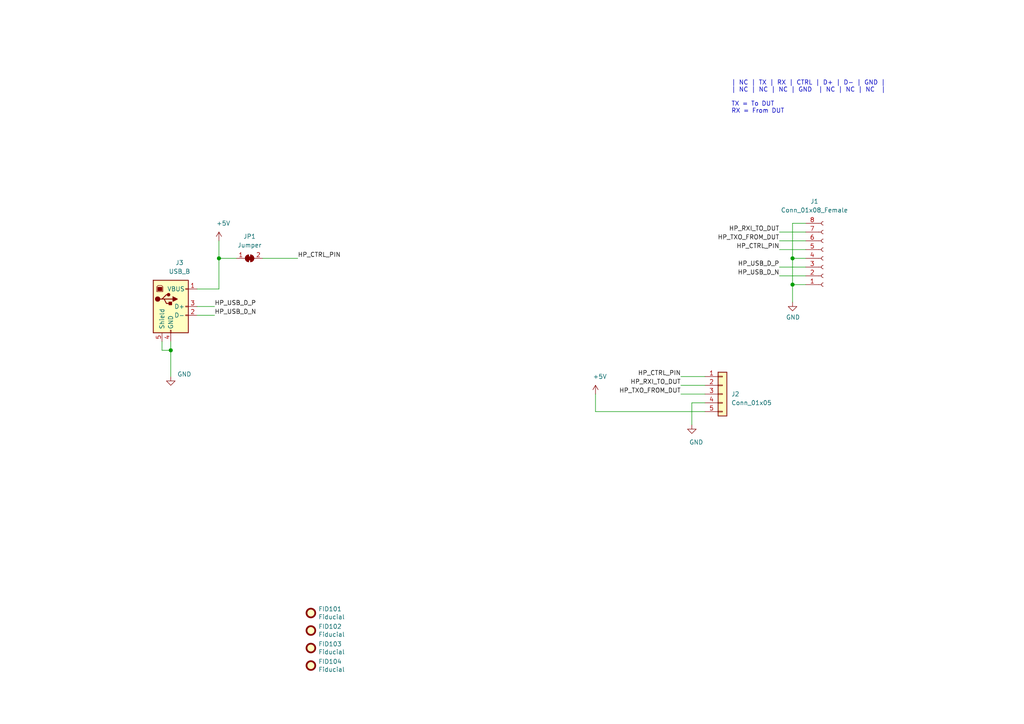
<source format=kicad_sch>
(kicad_sch (version 20210126) (generator eeschema)

  (paper "A4")

  (lib_symbols
    (symbol "Connector:Conn_01x08_Female" (pin_names (offset 1.016) hide) (in_bom yes) (on_board yes)
      (property "Reference" "J" (id 0) (at 0 10.16 0)
        (effects (font (size 1.27 1.27)))
      )
      (property "Value" "Conn_01x08_Female" (id 1) (at 0 -12.7 0)
        (effects (font (size 1.27 1.27)))
      )
      (property "Footprint" "" (id 2) (at 0 0 0)
        (effects (font (size 1.27 1.27)) hide)
      )
      (property "Datasheet" "~" (id 3) (at 0 0 0)
        (effects (font (size 1.27 1.27)) hide)
      )
      (property "ki_keywords" "connector" (id 4) (at 0 0 0)
        (effects (font (size 1.27 1.27)) hide)
      )
      (property "ki_description" "Generic connector, single row, 01x08, script generated (kicad-library-utils/schlib/autogen/connector/)" (id 5) (at 0 0 0)
        (effects (font (size 1.27 1.27)) hide)
      )
      (property "ki_fp_filters" "Connector*:*_1x??_*" (id 6) (at 0 0 0)
        (effects (font (size 1.27 1.27)) hide)
      )
      (symbol "Conn_01x08_Female_1_1"
        (arc (start 0 -9.652) (end 0 -10.668) (radius (at 0 -10.16) (length 0.508) (angles 90.1 -90.1))
          (stroke (width 0.1524)) (fill (type none))
        )
        (arc (start 0 -7.112) (end 0 -8.128) (radius (at 0 -7.62) (length 0.508) (angles 90.1 -90.1))
          (stroke (width 0.1524)) (fill (type none))
        )
        (arc (start 0 -4.572) (end 0 -5.588) (radius (at 0 -5.08) (length 0.508) (angles 90.1 -90.1))
          (stroke (width 0.1524)) (fill (type none))
        )
        (arc (start 0 -2.032) (end 0 -3.048) (radius (at 0 -2.54) (length 0.508) (angles 90.1 -90.1))
          (stroke (width 0.1524)) (fill (type none))
        )
        (arc (start 0 0.508) (end 0 -0.508) (radius (at 0 0) (length 0.508) (angles 90.1 -90.1))
          (stroke (width 0.1524)) (fill (type none))
        )
        (arc (start 0 3.048) (end 0 2.032) (radius (at 0 2.54) (length 0.508) (angles 90.1 -90.1))
          (stroke (width 0.1524)) (fill (type none))
        )
        (arc (start 0 5.588) (end 0 4.572) (radius (at 0 5.08) (length 0.508) (angles 90.1 -90.1))
          (stroke (width 0.1524)) (fill (type none))
        )
        (arc (start 0 8.128) (end 0 7.112) (radius (at 0 7.62) (length 0.508) (angles 90.1 -90.1))
          (stroke (width 0.1524)) (fill (type none))
        )
        (polyline
          (pts
            (xy -1.27 -10.16)
            (xy -0.508 -10.16)
          )
          (stroke (width 0.1524)) (fill (type none))
        )
        (polyline
          (pts
            (xy -1.27 -7.62)
            (xy -0.508 -7.62)
          )
          (stroke (width 0.1524)) (fill (type none))
        )
        (polyline
          (pts
            (xy -1.27 -5.08)
            (xy -0.508 -5.08)
          )
          (stroke (width 0.1524)) (fill (type none))
        )
        (polyline
          (pts
            (xy -1.27 -2.54)
            (xy -0.508 -2.54)
          )
          (stroke (width 0.1524)) (fill (type none))
        )
        (polyline
          (pts
            (xy -1.27 0)
            (xy -0.508 0)
          )
          (stroke (width 0.1524)) (fill (type none))
        )
        (polyline
          (pts
            (xy -1.27 2.54)
            (xy -0.508 2.54)
          )
          (stroke (width 0.1524)) (fill (type none))
        )
        (polyline
          (pts
            (xy -1.27 5.08)
            (xy -0.508 5.08)
          )
          (stroke (width 0.1524)) (fill (type none))
        )
        (polyline
          (pts
            (xy -1.27 7.62)
            (xy -0.508 7.62)
          )
          (stroke (width 0.1524)) (fill (type none))
        )
        (pin passive line (at -5.08 7.62 0) (length 3.81)
          (name "Pin_1" (effects (font (size 1.27 1.27))))
          (number "1" (effects (font (size 1.27 1.27))))
        )
        (pin passive line (at -5.08 5.08 0) (length 3.81)
          (name "Pin_2" (effects (font (size 1.27 1.27))))
          (number "2" (effects (font (size 1.27 1.27))))
        )
        (pin passive line (at -5.08 2.54 0) (length 3.81)
          (name "Pin_3" (effects (font (size 1.27 1.27))))
          (number "3" (effects (font (size 1.27 1.27))))
        )
        (pin passive line (at -5.08 0 0) (length 3.81)
          (name "Pin_4" (effects (font (size 1.27 1.27))))
          (number "4" (effects (font (size 1.27 1.27))))
        )
        (pin passive line (at -5.08 -2.54 0) (length 3.81)
          (name "Pin_5" (effects (font (size 1.27 1.27))))
          (number "5" (effects (font (size 1.27 1.27))))
        )
        (pin passive line (at -5.08 -5.08 0) (length 3.81)
          (name "Pin_6" (effects (font (size 1.27 1.27))))
          (number "6" (effects (font (size 1.27 1.27))))
        )
        (pin passive line (at -5.08 -7.62 0) (length 3.81)
          (name "Pin_7" (effects (font (size 1.27 1.27))))
          (number "7" (effects (font (size 1.27 1.27))))
        )
        (pin passive line (at -5.08 -10.16 0) (length 3.81)
          (name "Pin_8" (effects (font (size 1.27 1.27))))
          (number "8" (effects (font (size 1.27 1.27))))
        )
      )
    )
    (symbol "Connector:USB_B" (pin_names (offset 1.016)) (in_bom yes) (on_board yes)
      (property "Reference" "J" (id 0) (at -5.08 11.43 0)
        (effects (font (size 1.27 1.27)) (justify left))
      )
      (property "Value" "USB_B" (id 1) (at -5.08 8.89 0)
        (effects (font (size 1.27 1.27)) (justify left))
      )
      (property "Footprint" "" (id 2) (at 3.81 -1.27 0)
        (effects (font (size 1.27 1.27)) hide)
      )
      (property "Datasheet" " ~" (id 3) (at 3.81 -1.27 0)
        (effects (font (size 1.27 1.27)) hide)
      )
      (property "ki_keywords" "connector USB" (id 4) (at 0 0 0)
        (effects (font (size 1.27 1.27)) hide)
      )
      (property "ki_description" "USB Type B connector" (id 5) (at 0 0 0)
        (effects (font (size 1.27 1.27)) hide)
      )
      (property "ki_fp_filters" "USB*" (id 6) (at 0 0 0)
        (effects (font (size 1.27 1.27)) hide)
      )
      (symbol "USB_B_0_1"
        (circle (center -3.81 2.159) (radius 0.635) (stroke (width 0.254)) (fill (type outline)))
        (circle (center -0.635 3.429) (radius 0.381) (stroke (width 0.254)) (fill (type outline)))
        (rectangle (start -0.127 -7.62) (end 0.127 -6.858)
          (stroke (width 0)) (fill (type none))
        )
        (rectangle (start 5.08 -2.667) (end 4.318 -2.413)
          (stroke (width 0)) (fill (type none))
        )
        (rectangle (start 5.08 -0.127) (end 4.318 0.127)
          (stroke (width 0)) (fill (type none))
        )
        (rectangle (start 5.08 4.953) (end 4.318 5.207)
          (stroke (width 0)) (fill (type none))
        )
        (rectangle (start -3.81 5.588) (end -2.54 4.572)
          (stroke (width 0)) (fill (type outline))
        )
        (rectangle (start 0.254 1.27) (end -0.508 0.508)
          (stroke (width 0.254)) (fill (type outline))
        )
        (rectangle (start -5.08 -7.62) (end 5.08 7.62)
          (stroke (width 0.254)) (fill (type background))
        )
        (polyline
          (pts
            (xy -1.905 2.159)
            (xy 0.635 2.159)
          )
          (stroke (width 0.254)) (fill (type none))
        )
        (polyline
          (pts
            (xy -3.175 2.159)
            (xy -2.54 2.159)
            (xy -1.27 3.429)
            (xy -0.635 3.429)
          )
          (stroke (width 0.254)) (fill (type none))
        )
        (polyline
          (pts
            (xy -2.54 2.159)
            (xy -1.905 2.159)
            (xy -1.27 0.889)
            (xy 0 0.889)
          )
          (stroke (width 0.254)) (fill (type none))
        )
        (polyline
          (pts
            (xy -4.064 4.318)
            (xy -2.286 4.318)
            (xy -2.286 5.715)
            (xy -2.667 6.096)
            (xy -3.683 6.096)
            (xy -4.064 5.715)
            (xy -4.064 4.318)
          )
          (stroke (width 0)) (fill (type none))
        )
        (polyline
          (pts
            (xy 0.635 2.794)
            (xy 0.635 1.524)
            (xy 1.905 2.159)
            (xy 0.635 2.794)
          )
          (stroke (width 0.254)) (fill (type outline))
        )
      )
      (symbol "USB_B_1_1"
        (pin power_out line (at 7.62 5.08 180) (length 2.54)
          (name "VBUS" (effects (font (size 1.27 1.27))))
          (number "1" (effects (font (size 1.27 1.27))))
        )
        (pin bidirectional line (at 7.62 -2.54 180) (length 2.54)
          (name "D-" (effects (font (size 1.27 1.27))))
          (number "2" (effects (font (size 1.27 1.27))))
        )
        (pin bidirectional line (at 7.62 0 180) (length 2.54)
          (name "D+" (effects (font (size 1.27 1.27))))
          (number "3" (effects (font (size 1.27 1.27))))
        )
        (pin power_out line (at 0 -10.16 90) (length 2.54)
          (name "GND" (effects (font (size 1.27 1.27))))
          (number "4" (effects (font (size 1.27 1.27))))
        )
        (pin passive line (at -2.54 -10.16 90) (length 2.54)
          (name "Shield" (effects (font (size 1.27 1.27))))
          (number "5" (effects (font (size 1.27 1.27))))
        )
      )
    )
    (symbol "Connector_Generic:Conn_01x05" (pin_names (offset 1.016) hide) (in_bom yes) (on_board yes)
      (property "Reference" "J" (id 0) (at 0 7.62 0)
        (effects (font (size 1.27 1.27)))
      )
      (property "Value" "Conn_01x05" (id 1) (at 0 -7.62 0)
        (effects (font (size 1.27 1.27)))
      )
      (property "Footprint" "" (id 2) (at 0 0 0)
        (effects (font (size 1.27 1.27)) hide)
      )
      (property "Datasheet" "~" (id 3) (at 0 0 0)
        (effects (font (size 1.27 1.27)) hide)
      )
      (property "ki_keywords" "connector" (id 4) (at 0 0 0)
        (effects (font (size 1.27 1.27)) hide)
      )
      (property "ki_description" "Generic connector, single row, 01x05, script generated (kicad-library-utils/schlib/autogen/connector/)" (id 5) (at 0 0 0)
        (effects (font (size 1.27 1.27)) hide)
      )
      (property "ki_fp_filters" "Connector*:*_1x??_*" (id 6) (at 0 0 0)
        (effects (font (size 1.27 1.27)) hide)
      )
      (symbol "Conn_01x05_1_1"
        (rectangle (start -1.27 -4.953) (end 0 -5.207)
          (stroke (width 0.1524)) (fill (type none))
        )
        (rectangle (start -1.27 -2.413) (end 0 -2.667)
          (stroke (width 0.1524)) (fill (type none))
        )
        (rectangle (start -1.27 0.127) (end 0 -0.127)
          (stroke (width 0.1524)) (fill (type none))
        )
        (rectangle (start -1.27 2.667) (end 0 2.413)
          (stroke (width 0.1524)) (fill (type none))
        )
        (rectangle (start -1.27 5.207) (end 0 4.953)
          (stroke (width 0.1524)) (fill (type none))
        )
        (rectangle (start -1.27 6.35) (end 1.27 -6.35)
          (stroke (width 0.254)) (fill (type background))
        )
        (pin passive line (at -5.08 5.08 0) (length 3.81)
          (name "Pin_1" (effects (font (size 1.27 1.27))))
          (number "1" (effects (font (size 1.27 1.27))))
        )
        (pin passive line (at -5.08 2.54 0) (length 3.81)
          (name "Pin_2" (effects (font (size 1.27 1.27))))
          (number "2" (effects (font (size 1.27 1.27))))
        )
        (pin passive line (at -5.08 0 0) (length 3.81)
          (name "Pin_3" (effects (font (size 1.27 1.27))))
          (number "3" (effects (font (size 1.27 1.27))))
        )
        (pin passive line (at -5.08 -2.54 0) (length 3.81)
          (name "Pin_4" (effects (font (size 1.27 1.27))))
          (number "4" (effects (font (size 1.27 1.27))))
        )
        (pin passive line (at -5.08 -5.08 0) (length 3.81)
          (name "Pin_5" (effects (font (size 1.27 1.27))))
          (number "5" (effects (font (size 1.27 1.27))))
        )
      )
    )
    (symbol "Jumper:SolderJumper_2_Bridged" (pin_names (offset 0) hide) (in_bom yes) (on_board yes)
      (property "Reference" "JP" (id 0) (at 0 2.032 0)
        (effects (font (size 1.27 1.27)))
      )
      (property "Value" "SolderJumper_2_Bridged" (id 1) (at 0 -2.54 0)
        (effects (font (size 1.27 1.27)))
      )
      (property "Footprint" "" (id 2) (at 0 0 0)
        (effects (font (size 1.27 1.27)) hide)
      )
      (property "Datasheet" "~" (id 3) (at 0 0 0)
        (effects (font (size 1.27 1.27)) hide)
      )
      (property "ki_keywords" "solder jumper SPST" (id 4) (at 0 0 0)
        (effects (font (size 1.27 1.27)) hide)
      )
      (property "ki_description" "Solder Jumper, 2-pole, closed/bridged" (id 5) (at 0 0 0)
        (effects (font (size 1.27 1.27)) hide)
      )
      (property "ki_fp_filters" "SolderJumper*Bridged*" (id 6) (at 0 0 0)
        (effects (font (size 1.27 1.27)) hide)
      )
      (symbol "SolderJumper_2_Bridged_0_1"
        (arc (start -0.254 1.016) (end -0.254 -1.016) (radius (at -0.254 0) (length 1.016) (angles 90.1 -90.1))
          (stroke (width 0)) (fill (type none))
        )
        (arc (start 0.254 -1.016) (end 0.254 1.016) (radius (at 0.254 0) (length 1.016) (angles -89.9 89.9))
          (stroke (width 0)) (fill (type none))
        )
        (arc (start -0.254 1.016) (end -0.254 -1.016) (radius (at -0.254 0) (length 1.016) (angles 90.1 -90.1))
          (stroke (width 0)) (fill (type outline))
        )
        (arc (start 0.254 -1.016) (end 0.254 1.016) (radius (at 0.254 0) (length 1.016) (angles -89.9 89.9))
          (stroke (width 0)) (fill (type outline))
        )
        (rectangle (start -0.508 0.508) (end 0.508 -0.508)
          (stroke (width 0)) (fill (type outline))
        )
        (polyline
          (pts
            (xy -0.254 1.016)
            (xy -0.254 -1.016)
          )
          (stroke (width 0)) (fill (type none))
        )
        (polyline
          (pts
            (xy 0.254 1.016)
            (xy 0.254 -1.016)
          )
          (stroke (width 0)) (fill (type none))
        )
      )
      (symbol "SolderJumper_2_Bridged_1_1"
        (pin passive line (at -3.81 0 0) (length 2.54)
          (name "A" (effects (font (size 1.27 1.27))))
          (number "1" (effects (font (size 1.27 1.27))))
        )
        (pin passive line (at 3.81 0 180) (length 2.54)
          (name "B" (effects (font (size 1.27 1.27))))
          (number "2" (effects (font (size 1.27 1.27))))
        )
      )
    )
    (symbol "homebreakout-rescue:Fiducial-Mechanical" (in_bom yes) (on_board yes)
      (property "Reference" "FID" (id 0) (at 0 5.08 0)
        (effects (font (size 1.27 1.27)))
      )
      (property "Value" "Fiducial-Mechanical" (id 1) (at 0 3.175 0)
        (effects (font (size 1.27 1.27)))
      )
      (property "Footprint" "" (id 2) (at 0 0 0)
        (effects (font (size 1.27 1.27)) hide)
      )
      (property "Datasheet" "" (id 3) (at 0 0 0)
        (effects (font (size 1.27 1.27)) hide)
      )
      (property "ki_fp_filters" "Fiducial*" (id 4) (at 0 0 0)
        (effects (font (size 1.27 1.27)) hide)
      )
      (symbol "Fiducial-Mechanical_0_1"
        (circle (center 0 0) (radius 1.27) (stroke (width 0.508)) (fill (type background)))
      )
    )
    (symbol "homebreakout-rescue:GND-power" (power) (pin_names (offset 0)) (in_bom yes) (on_board yes)
      (property "Reference" "#PWR" (id 0) (at 0 -6.35 0)
        (effects (font (size 1.27 1.27)) hide)
      )
      (property "Value" "GND-power" (id 1) (at 0 -3.81 0)
        (effects (font (size 1.27 1.27)))
      )
      (property "Footprint" "" (id 2) (at 0 0 0)
        (effects (font (size 1.27 1.27)) hide)
      )
      (property "Datasheet" "" (id 3) (at 0 0 0)
        (effects (font (size 1.27 1.27)) hide)
      )
      (symbol "GND-power_0_1"
        (polyline
          (pts
            (xy 0 0)
            (xy 0 -1.27)
            (xy 1.27 -1.27)
            (xy 0 -2.54)
            (xy -1.27 -1.27)
            (xy 0 -1.27)
          )
          (stroke (width 0)) (fill (type none))
        )
      )
      (symbol "GND-power_1_1"
        (pin power_in line (at 0 0 270) (length 0) hide
          (name "GND" (effects (font (size 1.27 1.27))))
          (number "1" (effects (font (size 1.27 1.27))))
        )
      )
    )
    (symbol "power:+5V" (power) (pin_names (offset 0)) (in_bom yes) (on_board yes)
      (property "Reference" "#PWR" (id 0) (at 0 -3.81 0)
        (effects (font (size 1.27 1.27)) hide)
      )
      (property "Value" "+5V" (id 1) (at 0 3.556 0)
        (effects (font (size 1.27 1.27)))
      )
      (property "Footprint" "" (id 2) (at 0 0 0)
        (effects (font (size 1.27 1.27)) hide)
      )
      (property "Datasheet" "" (id 3) (at 0 0 0)
        (effects (font (size 1.27 1.27)) hide)
      )
      (property "ki_keywords" "power-flag" (id 4) (at 0 0 0)
        (effects (font (size 1.27 1.27)) hide)
      )
      (property "ki_description" "Power symbol creates a global label with name \"+5V\"" (id 5) (at 0 0 0)
        (effects (font (size 1.27 1.27)) hide)
      )
      (symbol "+5V_0_1"
        (polyline
          (pts
            (xy -0.762 1.27)
            (xy 0 2.54)
          )
          (stroke (width 0)) (fill (type none))
        )
        (polyline
          (pts
            (xy 0 0)
            (xy 0 2.54)
          )
          (stroke (width 0)) (fill (type none))
        )
        (polyline
          (pts
            (xy 0 2.54)
            (xy 0.762 1.27)
          )
          (stroke (width 0)) (fill (type none))
        )
      )
      (symbol "+5V_1_1"
        (pin power_in line (at 0 0 90) (length 0) hide
          (name "+5V" (effects (font (size 1.27 1.27))))
          (number "1" (effects (font (size 1.27 1.27))))
        )
      )
    )
    (symbol "power:GND" (power) (pin_names (offset 0)) (in_bom yes) (on_board yes)
      (property "Reference" "#PWR" (id 0) (at 0 -6.35 0)
        (effects (font (size 1.27 1.27)) hide)
      )
      (property "Value" "GND" (id 1) (at 0 -3.81 0)
        (effects (font (size 1.27 1.27)))
      )
      (property "Footprint" "" (id 2) (at 0 0 0)
        (effects (font (size 1.27 1.27)) hide)
      )
      (property "Datasheet" "" (id 3) (at 0 0 0)
        (effects (font (size 1.27 1.27)) hide)
      )
      (property "ki_keywords" "power-flag" (id 4) (at 0 0 0)
        (effects (font (size 1.27 1.27)) hide)
      )
      (property "ki_description" "Power symbol creates a global label with name \"GND\" , ground" (id 5) (at 0 0 0)
        (effects (font (size 1.27 1.27)) hide)
      )
      (symbol "GND_0_1"
        (polyline
          (pts
            (xy 0 0)
            (xy 0 -1.27)
            (xy 1.27 -1.27)
            (xy 0 -2.54)
            (xy -1.27 -1.27)
            (xy 0 -1.27)
          )
          (stroke (width 0)) (fill (type none))
        )
      )
      (symbol "GND_1_1"
        (pin power_in line (at 0 0 270) (length 0) hide
          (name "GND" (effects (font (size 1.27 1.27))))
          (number "1" (effects (font (size 1.27 1.27))))
        )
      )
    )
  )

  (junction (at 49.53 101.6) (diameter 1.016) (color 0 0 0 0))
  (junction (at 63.5 74.93) (diameter 1.016) (color 0 0 0 0))
  (junction (at 229.87 74.93) (diameter 1.016) (color 0 0 0 0))
  (junction (at 229.87 82.55) (diameter 1.016) (color 0 0 0 0))

  (wire (pts (xy 46.99 99.06) (xy 46.99 101.6))
    (stroke (width 0) (type solid) (color 0 0 0 0))
    (uuid b5532c9b-59a8-4ca2-8822-894231bb8b9b)
  )
  (wire (pts (xy 46.99 101.6) (xy 49.53 101.6))
    (stroke (width 0) (type solid) (color 0 0 0 0))
    (uuid 29af3bdd-7510-4dbe-b32a-3fe15b8386ad)
  )
  (wire (pts (xy 49.53 99.06) (xy 49.53 101.6))
    (stroke (width 0) (type solid) (color 0 0 0 0))
    (uuid 340d6296-4e04-4014-996b-80787edacbf3)
  )
  (wire (pts (xy 49.53 101.6) (xy 49.53 109.22))
    (stroke (width 0) (type solid) (color 0 0 0 0))
    (uuid 232d4df0-2766-41e0-a0c1-55449de45539)
  )
  (wire (pts (xy 57.15 83.82) (xy 63.5 83.82))
    (stroke (width 0) (type solid) (color 0 0 0 0))
    (uuid b9165f5f-5b96-4dab-acda-0970e57d8dde)
  )
  (wire (pts (xy 57.15 88.9) (xy 62.23 88.9))
    (stroke (width 0) (type solid) (color 0 0 0 0))
    (uuid a467577d-7364-4e30-8689-ba6e4393657b)
  )
  (wire (pts (xy 62.23 91.44) (xy 57.15 91.44))
    (stroke (width 0) (type solid) (color 0 0 0 0))
    (uuid 0845c62d-0eb5-4d5b-b589-b274a1d18637)
  )
  (wire (pts (xy 63.5 69.85) (xy 63.5 74.93))
    (stroke (width 0) (type solid) (color 0 0 0 0))
    (uuid 07705e16-5eb0-4615-a799-c76c065780ba)
  )
  (wire (pts (xy 63.5 74.93) (xy 68.58 74.93))
    (stroke (width 0) (type solid) (color 0 0 0 0))
    (uuid 2bf3b6d1-4d5a-461d-a20f-1fad2664a729)
  )
  (wire (pts (xy 63.5 83.82) (xy 63.5 74.93))
    (stroke (width 0) (type solid) (color 0 0 0 0))
    (uuid 07ffb670-c921-4c3f-b8d4-aac682cd7c1d)
  )
  (wire (pts (xy 76.2 74.93) (xy 86.36 74.93))
    (stroke (width 0) (type solid) (color 0 0 0 0))
    (uuid 4a94fac2-f051-40b5-8c0d-0d286046c50c)
  )
  (wire (pts (xy 172.72 119.38) (xy 172.72 114.3))
    (stroke (width 0) (type solid) (color 0 0 0 0))
    (uuid 5a3e75e1-5bc0-45de-b100-f935da2087fe)
  )
  (wire (pts (xy 172.72 119.38) (xy 204.47 119.38))
    (stroke (width 0) (type solid) (color 0 0 0 0))
    (uuid fd9bf674-1f3f-4bff-95d0-fef2f32b5b05)
  )
  (wire (pts (xy 197.485 109.22) (xy 204.47 109.22))
    (stroke (width 0) (type solid) (color 0 0 0 0))
    (uuid c2ee327e-f5c5-4d47-b03d-907237973bd0)
  )
  (wire (pts (xy 197.485 111.76) (xy 204.47 111.76))
    (stroke (width 0) (type solid) (color 0 0 0 0))
    (uuid 460cd449-5a51-4243-bdf7-ce9fdf9ecc57)
  )
  (wire (pts (xy 197.485 114.3) (xy 204.47 114.3))
    (stroke (width 0) (type solid) (color 0 0 0 0))
    (uuid a98a0147-bd92-4675-a1bb-285551d8018d)
  )
  (wire (pts (xy 200.66 116.84) (xy 200.66 123.19))
    (stroke (width 0) (type solid) (color 0 0 0 0))
    (uuid 4001547a-dcdd-4dc7-9cf3-1c9b177e4c44)
  )
  (wire (pts (xy 200.66 116.84) (xy 204.47 116.84))
    (stroke (width 0) (type solid) (color 0 0 0 0))
    (uuid 30f4f0c1-69b6-4862-943e-d256133a385e)
  )
  (wire (pts (xy 226.06 67.31) (xy 233.68 67.31))
    (stroke (width 0) (type solid) (color 0 0 0 0))
    (uuid 834ac86c-69ae-4342-be69-31ca385bec81)
  )
  (wire (pts (xy 226.06 69.85) (xy 233.68 69.85))
    (stroke (width 0) (type solid) (color 0 0 0 0))
    (uuid 488bb221-a1b5-4fd7-ae51-b05a60d1fb4a)
  )
  (wire (pts (xy 226.06 72.39) (xy 233.68 72.39))
    (stroke (width 0) (type solid) (color 0 0 0 0))
    (uuid 0eb4f2f4-5ccc-4e5e-8975-77e693280ecf)
  )
  (wire (pts (xy 226.06 77.47) (xy 233.68 77.47))
    (stroke (width 0) (type solid) (color 0 0 0 0))
    (uuid 5f51fbdd-ed7e-45ce-909f-8f692a75147a)
  )
  (wire (pts (xy 226.06 80.01) (xy 233.68 80.01))
    (stroke (width 0) (type solid) (color 0 0 0 0))
    (uuid 54d27a86-8d89-4426-9017-75dcbd299034)
  )
  (wire (pts (xy 229.87 64.77) (xy 229.87 74.93))
    (stroke (width 0) (type solid) (color 0 0 0 0))
    (uuid 98f7239c-9d72-4fb0-93e9-4304e581cb60)
  )
  (wire (pts (xy 229.87 74.93) (xy 229.87 82.55))
    (stroke (width 0) (type solid) (color 0 0 0 0))
    (uuid b5e21c73-7f66-4a65-b6fa-096c14f4ecba)
  )
  (wire (pts (xy 229.87 82.55) (xy 229.87 87.63))
    (stroke (width 0) (type solid) (color 0 0 0 0))
    (uuid 7d8c357e-621c-4a92-9cba-f23e22194d7c)
  )
  (wire (pts (xy 229.87 82.55) (xy 233.68 82.55))
    (stroke (width 0) (type solid) (color 0 0 0 0))
    (uuid 0ebd07fa-5fa3-479a-80b6-0887a4fd7c5e)
  )
  (wire (pts (xy 233.68 64.77) (xy 229.87 64.77))
    (stroke (width 0) (type solid) (color 0 0 0 0))
    (uuid 3bdeae6f-6da3-429f-a18b-26372673d6ae)
  )
  (wire (pts (xy 233.68 74.93) (xy 229.87 74.93))
    (stroke (width 0) (type solid) (color 0 0 0 0))
    (uuid 79affa0d-104d-4b0f-96c0-3bcfc3943e81)
  )

  (text "| NC | TX | RX | CTRL | D+ | D- | GND |\n| NC | NC | NC | GND  | NC | NC | NC  |\n\nTX = To DUT\nRX = From DUT\n"
    (at 212.09 33.02 0)
    (effects (font (size 1.27 1.27)) (justify left bottom))
    (uuid dc64ff7b-a5d3-4f62-b5d5-43d638be2a3d)
  )

  (label "HP_USB_D_P" (at 62.23 88.9 0)
    (effects (font (size 1.27 1.27)) (justify left bottom))
    (uuid 9a830de3-8dfc-4860-94b2-894365d0fbb0)
  )
  (label "HP_USB_D_N" (at 62.23 91.44 0)
    (effects (font (size 1.27 1.27)) (justify left bottom))
    (uuid 4d78b714-676f-41fb-aa8c-031fe11ec256)
  )
  (label "HP_CTRL_PIN" (at 86.36 74.93 0)
    (effects (font (size 1.27 1.27)) (justify left bottom))
    (uuid 7f9b1945-ae52-482a-8550-d50cf00f6f5f)
  )
  (label "HP_CTRL_PIN" (at 197.485 109.22 180)
    (effects (font (size 1.27 1.27)) (justify right bottom))
    (uuid 60a3d4ad-ff5e-4b37-8dfb-869957de4f57)
  )
  (label "HP_RXI_TO_DUT" (at 197.485 111.76 180)
    (effects (font (size 1.27 1.27)) (justify right bottom))
    (uuid 3405b265-faf1-445e-8b9a-e96f86ebf938)
  )
  (label "HP_TXO_FROM_DUT" (at 197.485 114.3 180)
    (effects (font (size 1.27 1.27)) (justify right bottom))
    (uuid 4b56800d-93d1-4e61-ba00-e767053c37c1)
  )
  (label "HP_RXI_TO_DUT" (at 226.06 67.31 180)
    (effects (font (size 1.27 1.27)) (justify right bottom))
    (uuid 54d3a6c5-6ebf-47c0-91b7-b934c5bbcbde)
  )
  (label "HP_TXO_FROM_DUT" (at 226.06 69.85 180)
    (effects (font (size 1.27 1.27)) (justify right bottom))
    (uuid 6e8200e4-efd8-43d1-b75e-5be3ba896904)
  )
  (label "HP_CTRL_PIN" (at 226.06 72.39 180)
    (effects (font (size 1.27 1.27)) (justify right bottom))
    (uuid a5bbe794-f7d4-4386-b968-ccaafc7d7730)
  )
  (label "HP_USB_D_P" (at 226.06 77.47 180)
    (effects (font (size 1.27 1.27)) (justify right bottom))
    (uuid b1691880-8c50-4495-b30d-c741c349cb6e)
  )
  (label "HP_USB_D_N" (at 226.06 80.01 180)
    (effects (font (size 1.27 1.27)) (justify right bottom))
    (uuid 7a376f64-f2ac-46ff-9a96-522a2a2417fb)
  )

  (symbol (lib_id "power:+5V") (at 63.5 69.85 0) (unit 1)
    (in_bom yes) (on_board yes)
    (uuid 91bcd45b-30c5-41c2-862c-59734212fa5a)
    (property "Reference" "#PWR01" (id 0) (at 63.5 73.66 0)
      (effects (font (size 1.27 1.27)) hide)
    )
    (property "Value" "+5V" (id 1) (at 64.77 64.77 0))
    (property "Footprint" "" (id 2) (at 63.5 69.85 0)
      (effects (font (size 1.27 1.27)) hide)
    )
    (property "Datasheet" "" (id 3) (at 63.5 69.85 0)
      (effects (font (size 1.27 1.27)) hide)
    )
    (pin "1" (uuid 074f8810-7fcc-45d6-9b01-ed758b435541))
  )

  (symbol (lib_id "power:+5V") (at 172.72 114.3 0) (unit 1)
    (in_bom yes) (on_board yes)
    (uuid 01d958f8-4e18-45c3-90fe-4be1f6dbf99b)
    (property "Reference" "#PWR02" (id 0) (at 172.72 118.11 0)
      (effects (font (size 1.27 1.27)) hide)
    )
    (property "Value" "+5V" (id 1) (at 173.99 109.22 0))
    (property "Footprint" "" (id 2) (at 172.72 114.3 0)
      (effects (font (size 1.27 1.27)) hide)
    )
    (property "Datasheet" "" (id 3) (at 172.72 114.3 0)
      (effects (font (size 1.27 1.27)) hide)
    )
    (pin "1" (uuid 03852d5e-05c2-4c5e-bad0-b829d0a3b45e))
  )

  (symbol (lib_id "homebreakout-rescue:GND-power") (at 49.53 109.22 0) (unit 1)
    (in_bom yes) (on_board yes)
    (uuid 00000000-0000-0000-0000-00005e919eed)
    (property "Reference" "#PWR0130" (id 0) (at 49.53 115.57 0)
      (effects (font (size 1.27 1.27)) hide)
    )
    (property "Value" "GND" (id 1) (at 53.467 108.5342 0))
    (property "Footprint" "" (id 2) (at 49.53 109.22 0)
      (effects (font (size 1.27 1.27)) hide)
    )
    (property "Datasheet" "" (id 3) (at 49.53 109.22 0)
      (effects (font (size 1.27 1.27)) hide)
    )
    (pin "1" (uuid 95a18a5a-af01-4d77-918c-5245f3889bdc))
  )

  (symbol (lib_id "power:GND") (at 200.66 123.19 0) (unit 1)
    (in_bom yes) (on_board yes)
    (uuid 9159cafc-388c-4561-924b-b62f725a2f52)
    (property "Reference" "#PWR0125" (id 0) (at 200.66 129.54 0)
      (effects (font (size 1.27 1.27)) hide)
    )
    (property "Value" "GND" (id 1) (at 201.93 128.27 0))
    (property "Footprint" "" (id 2) (at 200.66 123.19 0)
      (effects (font (size 1.27 1.27)) hide)
    )
    (property "Datasheet" "" (id 3) (at 200.66 123.19 0)
      (effects (font (size 1.27 1.27)) hide)
    )
    (pin "1" (uuid 244419e0-fb56-4506-b2f8-2f34e0dc503f))
  )

  (symbol (lib_id "homebreakout-rescue:GND-power") (at 229.87 87.63 0) (unit 1)
    (in_bom yes) (on_board yes)
    (uuid 00000000-0000-0000-0000-00005fcd2152)
    (property "Reference" "#PWR0123" (id 0) (at 229.87 93.98 0)
      (effects (font (size 1.27 1.27)) hide)
    )
    (property "Value" "GND" (id 1) (at 229.997 92.0242 0))
    (property "Footprint" "" (id 2) (at 229.87 87.63 0)
      (effects (font (size 1.27 1.27)) hide)
    )
    (property "Datasheet" "" (id 3) (at 229.87 87.63 0)
      (effects (font (size 1.27 1.27)) hide)
    )
    (pin "1" (uuid 886522a1-4645-4b67-9510-21ba5d1667de))
  )

  (symbol (lib_id "homebreakout-rescue:Fiducial-Mechanical") (at 90.17 177.8 0) (unit 1)
    (in_bom yes) (on_board yes)
    (uuid 00000000-0000-0000-0000-00005fd078b0)
    (property "Reference" "FID101" (id 0) (at 92.329 176.6316 0)
      (effects (font (size 1.27 1.27)) (justify left))
    )
    (property "Value" "Fiducial" (id 1) (at 92.329 178.943 0)
      (effects (font (size 1.27 1.27)) (justify left))
    )
    (property "Footprint" "Fiducials:Fiducial_0.5mm_Dia_1mm_Outer" (id 2) (at 90.17 177.8 0)
      (effects (font (size 1.27 1.27)) hide)
    )
    (property "Datasheet" "~" (id 3) (at 90.17 177.8 0)
      (effects (font (size 1.27 1.27)) hide)
    )
  )

  (symbol (lib_id "homebreakout-rescue:Fiducial-Mechanical") (at 90.17 182.88 0) (unit 1)
    (in_bom yes) (on_board yes)
    (uuid 00000000-0000-0000-0000-00005fd07b26)
    (property "Reference" "FID102" (id 0) (at 92.329 181.7116 0)
      (effects (font (size 1.27 1.27)) (justify left))
    )
    (property "Value" "Fiducial" (id 1) (at 92.329 184.023 0)
      (effects (font (size 1.27 1.27)) (justify left))
    )
    (property "Footprint" "Fiducials:Fiducial_0.5mm_Dia_1mm_Outer" (id 2) (at 90.17 182.88 0)
      (effects (font (size 1.27 1.27)) hide)
    )
    (property "Datasheet" "~" (id 3) (at 90.17 182.88 0)
      (effects (font (size 1.27 1.27)) hide)
    )
  )

  (symbol (lib_id "homebreakout-rescue:Fiducial-Mechanical") (at 90.17 187.96 0) (unit 1)
    (in_bom yes) (on_board yes)
    (uuid 00000000-0000-0000-0000-00005fd07c2b)
    (property "Reference" "FID103" (id 0) (at 92.329 186.7916 0)
      (effects (font (size 1.27 1.27)) (justify left))
    )
    (property "Value" "Fiducial" (id 1) (at 92.329 189.103 0)
      (effects (font (size 1.27 1.27)) (justify left))
    )
    (property "Footprint" "Fiducials:Fiducial_0.5mm_Dia_1mm_Outer" (id 2) (at 90.17 187.96 0)
      (effects (font (size 1.27 1.27)) hide)
    )
    (property "Datasheet" "~" (id 3) (at 90.17 187.96 0)
      (effects (font (size 1.27 1.27)) hide)
    )
  )

  (symbol (lib_id "homebreakout-rescue:Fiducial-Mechanical") (at 90.17 193.04 0) (unit 1)
    (in_bom yes) (on_board yes)
    (uuid 00000000-0000-0000-0000-00005fd07e1e)
    (property "Reference" "FID104" (id 0) (at 92.329 191.8716 0)
      (effects (font (size 1.27 1.27)) (justify left))
    )
    (property "Value" "Fiducial" (id 1) (at 92.329 194.183 0)
      (effects (font (size 1.27 1.27)) (justify left))
    )
    (property "Footprint" "Fiducials:Fiducial_0.5mm_Dia_1mm_Outer" (id 2) (at 90.17 193.04 0)
      (effects (font (size 1.27 1.27)) hide)
    )
    (property "Datasheet" "~" (id 3) (at 90.17 193.04 0)
      (effects (font (size 1.27 1.27)) hide)
    )
  )

  (symbol (lib_id "Jumper:SolderJumper_2_Bridged") (at 72.39 74.93 0) (unit 1)
    (in_bom yes) (on_board yes)
    (uuid 804376ef-1a90-4eae-9c35-b7938467b7e8)
    (property "Reference" "JP1" (id 0) (at 72.39 68.58 0))
    (property "Value" "Jumper" (id 1) (at 72.39 71.12 0))
    (property "Footprint" "Jumper:SolderJumper-2_P1.3mm_Bridged_Pad1.0x1.5mm" (id 2) (at 72.39 74.93 0)
      (effects (font (size 1.27 1.27)) hide)
    )
    (property "Datasheet" "~" (id 3) (at 72.39 74.93 0)
      (effects (font (size 1.27 1.27)) hide)
    )
    (pin "1" (uuid 9d22990b-62d3-432d-b3d9-ebfc41d0f25e))
    (pin "2" (uuid 635d5e6c-7ccf-4f8b-89c1-721a5c0352fe))
  )

  (symbol (lib_id "Connector_Generic:Conn_01x05") (at 209.55 114.3 0) (unit 1)
    (in_bom yes) (on_board yes)
    (uuid 80daffb0-7dab-4bb8-833d-f52be4970b3a)
    (property "Reference" "J2" (id 0) (at 212.09 114.3 0)
      (effects (font (size 1.27 1.27)) (justify left))
    )
    (property "Value" "Conn_01x05" (id 1) (at 212.09 116.84 0)
      (effects (font (size 1.27 1.27)) (justify left))
    )
    (property "Footprint" "Connector_PinSocket_2.54mm:PinSocket_1x05_P2.54mm_Vertical" (id 2) (at 209.55 114.3 0)
      (effects (font (size 1.27 1.27)) hide)
    )
    (property "Datasheet" "~" (id 3) (at 209.55 114.3 0)
      (effects (font (size 1.27 1.27)) hide)
    )
    (pin "1" (uuid 205c3cc5-ea5a-4506-9ff8-6a236ec933e0))
    (pin "2" (uuid 3f6a85a0-ce87-4ba5-9e0b-16b90a6adc68))
    (pin "3" (uuid ef81c43b-d65c-4a3a-8c33-f5798c191d3c))
    (pin "4" (uuid d0295630-fc73-4513-9242-21e9dc747e08))
    (pin "5" (uuid 2383e8f6-102d-4b9a-ae3e-e88f239f74c6))
  )

  (symbol (lib_id "Connector:Conn_01x08_Female") (at 238.76 74.93 0) (mirror x) (unit 1)
    (in_bom yes) (on_board yes)
    (uuid ce79c596-7082-4618-a8c8-801ee200bb83)
    (property "Reference" "J1" (id 0) (at 236.22 58.42 0))
    (property "Value" "Conn_01x08_Female" (id 1) (at 236.22 60.96 0))
    (property "Footprint" "footprints:SLW8S-1C7LF" (id 2) (at 238.76 74.93 0)
      (effects (font (size 1.27 1.27)) hide)
    )
    (property "Datasheet" "~" (id 3) (at 238.76 74.93 0)
      (effects (font (size 1.27 1.27)) hide)
    )
    (pin "1" (uuid c1e6ec06-e1ac-4ade-be02-fb5b7f742c78))
    (pin "2" (uuid 84006aa5-05cf-4f9d-bd8f-70610d76c219))
    (pin "3" (uuid 4095dc66-d624-470a-8071-59f5eedebfbe))
    (pin "4" (uuid 1efb37e7-e962-4429-94d0-a61ee26a9e21))
    (pin "5" (uuid d2bc63d9-763a-4735-82dc-62a34612851e))
    (pin "6" (uuid 004e658a-c961-4536-8502-3aec1addb835))
    (pin "7" (uuid 4d3b0d47-4ed9-479a-8a6e-5b4bf66c3628))
    (pin "8" (uuid da282088-092c-43fa-ae1c-fce2fb6c5a09))
  )

  (symbol (lib_id "Connector:USB_B") (at 49.53 88.9 0) (unit 1)
    (in_bom yes) (on_board yes)
    (uuid ebe4682d-2fdc-4151-83ee-6f94c810b98a)
    (property "Reference" "J3" (id 0) (at 52.07 76.2 0))
    (property "Value" "USB_B" (id 1) (at 52.07 78.74 0))
    (property "Footprint" "Connector_USB:USB_B_Lumberg_2411_02_Horizontal" (id 2) (at 53.34 90.17 0)
      (effects (font (size 1.27 1.27)) hide)
    )
    (property "Datasheet" " ~" (id 3) (at 53.34 90.17 0)
      (effects (font (size 1.27 1.27)) hide)
    )
    (pin "1" (uuid 8c43f296-e410-41e0-b255-0d2fdfaa5fcb))
    (pin "2" (uuid 8a1b3340-91e5-4c38-9a3d-93b07d19745c))
    (pin "3" (uuid 83d812ad-29b9-4542-a7fd-0f8c61358d10))
    (pin "4" (uuid 318bbcdc-c677-4c3b-abd7-4bf4d9a5074a))
    (pin "5" (uuid ff645392-aca1-4853-843e-d521ba8baedb))
  )

  (sheet_instances
    (path "/" (page "1"))
  )

  (symbol_instances
    (path "/91bcd45b-30c5-41c2-862c-59734212fa5a"
      (reference "#PWR01") (unit 1) (value "+5V") (footprint "")
    )
    (path "/01d958f8-4e18-45c3-90fe-4be1f6dbf99b"
      (reference "#PWR02") (unit 1) (value "+5V") (footprint "")
    )
    (path "/00000000-0000-0000-0000-00005fcd2152"
      (reference "#PWR0123") (unit 1) (value "GND") (footprint "")
    )
    (path "/9159cafc-388c-4561-924b-b62f725a2f52"
      (reference "#PWR0125") (unit 1) (value "GND") (footprint "")
    )
    (path "/00000000-0000-0000-0000-00005e919eed"
      (reference "#PWR0130") (unit 1) (value "GND") (footprint "")
    )
    (path "/00000000-0000-0000-0000-00005fd078b0"
      (reference "FID101") (unit 1) (value "Fiducial") (footprint "Fiducials:Fiducial_0.5mm_Dia_1mm_Outer")
    )
    (path "/00000000-0000-0000-0000-00005fd07b26"
      (reference "FID102") (unit 1) (value "Fiducial") (footprint "Fiducials:Fiducial_0.5mm_Dia_1mm_Outer")
    )
    (path "/00000000-0000-0000-0000-00005fd07c2b"
      (reference "FID103") (unit 1) (value "Fiducial") (footprint "Fiducials:Fiducial_0.5mm_Dia_1mm_Outer")
    )
    (path "/00000000-0000-0000-0000-00005fd07e1e"
      (reference "FID104") (unit 1) (value "Fiducial") (footprint "Fiducials:Fiducial_0.5mm_Dia_1mm_Outer")
    )
    (path "/ce79c596-7082-4618-a8c8-801ee200bb83"
      (reference "J1") (unit 1) (value "Conn_01x08_Female") (footprint "footprints:SLW8S-1C7LF")
    )
    (path "/80daffb0-7dab-4bb8-833d-f52be4970b3a"
      (reference "J2") (unit 1) (value "Conn_01x05") (footprint "Connector_PinSocket_2.54mm:PinSocket_1x05_P2.54mm_Vertical")
    )
    (path "/ebe4682d-2fdc-4151-83ee-6f94c810b98a"
      (reference "J3") (unit 1) (value "USB_B") (footprint "Connector_USB:USB_B_Lumberg_2411_02_Horizontal")
    )
    (path "/804376ef-1a90-4eae-9c35-b7938467b7e8"
      (reference "JP1") (unit 1) (value "Jumper") (footprint "Jumper:SolderJumper-2_P1.3mm_Bridged_Pad1.0x1.5mm")
    )
  )
)

</source>
